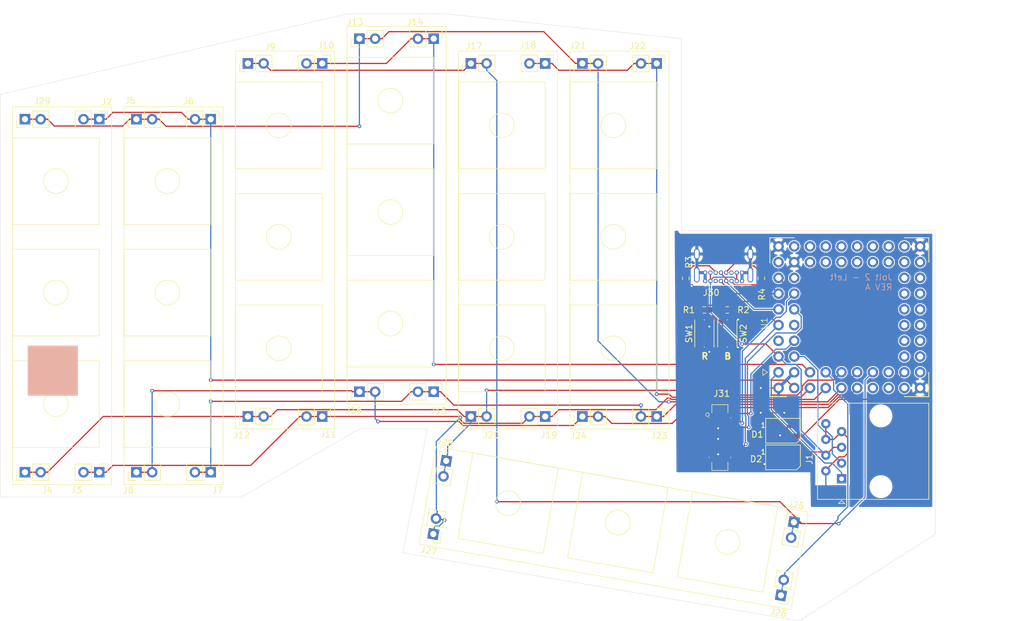
<source format=kicad_pcb>
(kicad_pcb (version 20240108) (generator "pcbnew") (generator_version "8.0")
  (layers (0 "F.Cu" signal) (31 "B.Cu" signal) (34 "B.Paste" user) (35 "F.Paste" user) (36 "B.SilkS" user "B.Silkscreen") (37 "F.SilkS" user "F.Silkscreen") (38 "B.Mask" user) (39 "F.Mask" user) (44 "Edge.Cuts" user))
  (net 0 "")
  (net 1 "/COL-A")
  (net 2 "/ROW-A")
  (net 3 "/ROW-B")
  (net 4 "/ROW-C")
  (net 5 "/ROW-D")
  (net 6 "/ROW-E")
  (net 7 "/ROW-F")
  (net 8 "/COL-B")
  (net 9 "/COL-C")
  (net 10 "/COL-D")
  (net 11 "SERRX")
  (net 12 "SERTX")
  (net 13 "RUN")
  (net 14 "VBUS")
  (net 15 "GND")
  (net 16 "+3.3V")
  (net 17 "/USB_D+")
  (net 18 "/USB_D-")
  (net 19 "Net-(SW1-B)")
  (net 20 "Net-(D1-DOUT)")
  (net 21 "RGB")
  (net 23 "SWDIO")
  (net 24 "SWCLK")
  (net 25 "/BOOTSEL")
  (net 29 "Net-(SW2-B)")
  (net 64 "Net-(J30-CC2)")
  (net 65 "Net-(J30-CC1)")
  (footprint "davidb-keyboard-foot:PIMORONI-PGA2035-PM722" (layer "F.Cu") (at 174.1 116.9705 90)
    (property "Reference" "U1")
    (property "Value" "~")
  )
  (footprint "Button_Switch_SMD:SW_Push_1P1T_NO_CK_KMR2" (layer "F.Cu") (at 154.4 119.6 -90)
    (property "Reference" "SW2")
    (property "Value" "SW_SPST")
  )
  (footprint "davidb-keyboard-foot:USB_C_Receptacle_GCT_USB4085" (layer "F.Cu") (at 156.775 111.125 180)
    (property "Reference" "J30")
    (property "Value" "USB_C_Receptacle_USB2.0_14P")
  )
  (footprint "Connector_PinHeader_2.54mm:PinHeader_1x02_P2.54mm_Vertical" (layer "F.Cu") (at 95 72 90)
    (property "Reference" "J13")
    (property "Value" "Conn_01x02_Pin")
  )
  (footprint "Connector_PinHeader_2.54mm:PinHeader_1x02_P2.54mm_Vertical" (layer "F.Cu") (at 113 133 90)
    (property "Reference" "J20")
    (property "Value" "Conn_01x02_Pin")
  )
  (footprint "Connector_PinHeader_2.54mm:PinHeader_1x02_P2.54mm_Vertical" (layer "F.Cu") (at 89 76 -90)
    (property "Reference" "J10")
    (property "Value" "Conn_01x02_Pin")
  )
  (footprint "Connector_PinHeader_2.54mm:PinHeader_1x02_P2.54mm_Vertical" (layer "F.Cu") (at 165.1509 150.0605 -10)
    (property "Reference" "J25")
    (property "Value" "Conn_01x02_Pin")
  )
  (footprint "Connector_PinHeader_2.54mm:PinHeader_1x02_P2.54mm_Vertical" (layer "F.Cu") (at 59 85 90)
    (property "Reference" "J5")
    (property "Value" "Conn_01x02_Pin")
  )
  (footprint "Connector_RJ:RJ45_Amphenol_54602-x08_Horizontal" (layer "F.Cu") (at 172.85 143.06 90)
    (property "Reference" "J1")
    (property "Value" "RJ45")
  )
  (footprint "Connector_PinHeader_2.54mm:PinHeader_1x02_P2.54mm_Vertical" (layer "F.Cu") (at 77 133 90)
    (property "Reference" "J12")
    (property "Value" "Conn_01x02_Pin")
  )
  (footprint "LED_SMD:LED_SK6812MINI_PLCC4_3.5x3.5mm_P1.75mm" (layer "F.Cu") (at 163.4 139.6)
    (property "Reference" "D2")
    (property "Value" "SK6812MINI")
  )
  (footprint "LED_SMD:LED_SK6812MINI_PLCC4_3.5x3.5mm_P1.75mm" (layer "F.Cu") (at 163.4 135.3)
    (property "Reference" "D1")
    (property "Value" "SK6812MINI")
  )
  (footprint "Connector_PinHeader_2.54mm:PinHeader_1x02_P2.54mm_Vertical" (layer "F.Cu") (at 53 85 -90)
    (property "Reference" "J2")
    (property "Value" "Conn_01x02_Pin")
  )
  (footprint "Connector_PinHeader_2.54mm:PinHeader_1x02_P2.54mm_Vertical" (layer "F.Cu") (at 77 76 90)
    (property "Reference" "J9")
    (property "Value" "Conn_01x02_Pin")
  )
  (footprint "Connector_PinHeader_2.54mm:PinHeader_1x02_P2.54mm_Vertical" (layer "F.Cu") (at 131 76 90)
    (property "Reference" "J21")
    (property "Value" "Conn_01x02_Pin")
  )
  (footprint "Resistor_SMD:R_0603_1608Metric" (layer "F.Cu") (at 154.4 115.8)
    (property "Reference" "R2")
    (property "Value" "1k")
  )
  (footprint "Connector_PinHeader_2.54mm:PinHeader_1x02_P2.54mm_Vertical" (layer "F.Cu") (at 125 76 -90)
    (property "Reference" "J18")
    (property "Value" "Conn_01x02_Pin")
  )
  (footprint "Resistor_SMD:R_0603_1608Metric" (layer "F.Cu") (at 147.7 110.7 -90)
    (property "Reference" "R3")
    (property "Value" "5.1k")
  )
  (footprint "Resistor_SMD:R_0603_1608Metric" (layer "F.Cu") (at 150.7 115.8 180)
    (property "Reference" "R1")
    (property "Value" "1k")
  )
  (footprint "davidb-keyboard-foot:Cortex-M-Debug10" (layer "F.Cu") (at 153.2 136.4)
    (property "Reference" "J31")
    (property "Value" "Conn_ARM_JTAG_SWD_10")
  )
  (footprint "Connector_PinHeader_2.54mm:PinHeader_1x02_P2.54mm_Vertical" (layer "F.Cu") (at 107 129 -90)
    (property "Reference" "J15")
    (property "Value" "Conn_01x02_Pin")
  )
  (footprint "Button_Switch_SMD:SW_Push_1P1T_NO_CK_KMR2" (layer "F.Cu") (at 150.7 119.6 -90)
    (property "Reference" "SW1")
    (property "Value" "SW_SPST")
  )
  (footprint "Connector_PinHeader_2.54mm:PinHeader_1x02_P2.54mm_Vertical" (layer "F.Cu") (at 106.9331 151.9803 170)
    (property "Reference" "J27")
    (property "Value" "Conn_01x02_Pin")
  )
  (footprint "Connector_PinHeader_2.54mm:PinHeader_1x02_P2.54mm_Vertical" (layer "F.Cu") (at 163.0671 161.8782 170)
    (property "Reference" "J26")
    (property "Value" "Conn_01x02_Pin")
  )
  (footprint "Connector_PinHeader_2.54mm:PinHeader_1x02_P2.54mm_Vertical" (layer "F.Cu") (at 113 76 90)
    (property "Reference" "J17")
    (property "Value" "Conn_01x02_Pin")
  )
  (footprint "Connector_PinHeader_2.54mm:PinHeader_1x02_P2.54mm_Vertical" (layer "F.Cu") (at 71 142 -90)
    (property "Reference" "J7")
    (property "Value" "Conn_01x02_Pin")
  )
  (footprint "Connector_PinHeader_2.54mm:PinHeader_1x02_P2.54mm_Vertical" (layer "F.Cu") (at 143 76 -90)
    (property "Reference" "J22")
    (property "Value" "Conn_01x02_Pin")
  )
  (footprint "Connector_PinHeader_2.54mm:PinHeader_1x02_P2.54mm_Vertical" (layer "F.Cu") (at 89 133 -90)
    (property "Reference" "J11")
    (property "Value" "Conn_01x02_Pin")
  )
  (footprint "Connector_PinHeader_2.54mm:PinHeader_1x02_P2.54mm_Vertical" (layer "F.Cu") (at 71 85 -90)
    (property "Reference" "J6")
    (property "Value" "Conn_01x02_Pin")
  )
  (footprint "Connector_PinHeader_2.54mm:PinHeader_1x02_P2.54mm_Vertical" (layer "F.Cu") (at 131 133 90)
    (property "Reference" "J24")
    (property "Value" "Conn_01x02_Pin")
  )
  (footprint "Connector_PinHeader_2.54mm:PinHeader_1x02_P2.54mm_Vertical" (layer "F.Cu") (at 53 142 -90)
    (property "Reference" "J3")
    (property "Value" "Conn_01x02_Pin")
  )
  (footprint "Connector_PinHeader_2.54mm:PinHeader_1x02_P2.54mm_Vertical" (layer "F.Cu") (at 41 85 90)
    (property "Reference" "J29")
    (property "Value" "Conn_01x02_Pin")
  )
  (footprint "Connector_PinHeader_2.54mm:PinHeader_1x02_P2.54mm_Vertical" (layer "F.Cu") (at 125 133 -90)
    (property "Reference" "J19")
    (property "Value" "Conn_01x02_Pin")
  )
  (footprint "Resistor_SMD:R_0603_1608Metric" (layer "F.Cu") (at 159.9 110.7 90)
    (property "Reference" "R4")
    (property "Value" "5.1k")
  )
  (footprint "Connector_PinHeader_2.54mm:PinHeader_1x02_P2.54mm_Vertical" (layer "F.Cu") (at 95 129 90)
    (property "Reference" "J16")
    (property "Value" "Conn_01x02_Pin")
  )
  (footprint "Connector_PinHeader_2.54mm:PinHeader_1x02_P2.54mm_Vertical" (layer "F.Cu") (at 41 142 90)
    (property "Reference" "J4")
    (property "Value" "Conn_01x02_Pin")
  )
  (footprint "Connector_PinHeader_2.54mm:PinHeader_1x02_P2.54mm_Vertical" (layer "F.Cu") (at 143 133 -90)
    (property "Reference" "J23")
    (property "Value" "Conn_01x02_Pin")
  )
  (footprint "Connector_PinHeader_2.54mm:PinHeader_1x02_P2.54mm_Vertical" (layer "F.Cu") (at 59 142 90)
    (property "Reference" "J8")
    (property "Value" "Conn_01x02_Pin")
  )
  (footprint "Connector_PinHeader_2.54mm:PinHeader_1x02_P2.54mm_Vertical" (layer "F.Cu") (at 109.0169 140.1626 -10)
    (property "Reference" "J28")
    (property "Value" "Conn_01x02_Pin")
  )
  (footprint "Connector_PinHeader_2.54mm:PinHeader_1x02_P2.54mm_Vertical" (layer "F.Cu") (at 107 72 -90)
    (property "Reference" "J14")
    (property "Value" "Conn_01x02_Pin")
  )
  (gr_rect (start 41.5 121.6) (end 49.5 129.6) (stroke (width 0.1)) (fill solid) (layer "B.SilkS"))
  (gr_circle (center 136 86) (end 138 86) (stroke (width 0.1)) (fill none) (layer "F.SilkS"))
  (gr_rect (start 93 111) (end 107 125) (stroke (width 0.1)) (fill none) (layer "F.SilkS"))
  (gr_rect (start 111 115) (end 125 129) (stroke (width 0.1)) (fill none) (layer "F.SilkS"))
  (gr_circle (center 100 82) (end 102 82) (stroke (width 0.1)) (fill none) (layer "F.SilkS"))
  (gr_rect (start 39 88) (end 53 102) (stroke (width 0.1)) (fill none) (layer "F.SilkS"))
  (gr_rect (start 57 106) (end 71 120) (stroke (width 0.1)) (fill none) (layer "F.SilkS"))
  (gr_rect (start 129 97) (end 143 111) (stroke (width 0.1)) (fill none) (layer "F.SilkS"))
  (gr_rect (start 75 115) (end 89 129) (stroke (width 0.1)) (fill none) (layer "F.SilkS"))
  (gr_circle (center 46 95) (end 48 95) (stroke (width 0.1)) (fill none) (layer "F.SilkS"))
  (gr_poly (pts (xy 107.394534 137.845657) (xy 167.467807 148.438195) (xy 164.689436 164.195119) (xy 104.616163 153.602581)) (stroke (width 0.1)) (fill none) (layer "F.SilkS"))
  (gr_circle (center 82 122) (end 84 122) (stroke (width 0.1)) (fill none) (layer "F.SilkS"))
  (gr_rect (start 129 74) (end 145 135) (stroke (width 0.1)) (fill none) (layer "F.SilkS"))
  (gr_rect (start 111 74) (end 127 135) (stroke (width 0.1)) (fill none) (layer "F.SilkS"))
  (gr_rect (start 75 97) (end 89 111) (stroke (width 0.1)) (fill none) (layer "F.SilkS"))
  (gr_rect (start 93 93) (end 107 107) (stroke (width 0.1)) (fill none) (layer "F.SilkS"))
  (gr_circle (center 136 104) (end 138 104) (stroke (width 0.1)) (fill none) (layer "F.SilkS"))
  (gr_rect (start 111 97) (end 125 111) (stroke (width 0.1)) (fill none) (layer "F.SilkS"))
  (gr_rect (start 57 124) (end 71 138) (stroke (width 0.1)) (fill none) (layer "F.SilkS"))
  (gr_circle (center 100 118) (end 102 118) (stroke (width 0.1)) (fill none) (layer "F.SilkS"))
  (gr_rect (start 75 79) (end 89 93) (stroke (width 0.1)) (fill none) (layer "F.SilkS"))
  (gr_circle (center 64 131) (end 66 131) (stroke (width 0.1)) (fill none) (layer "F.SilkS"))
  (gr_poly (pts (xy 144.835731 144.44755) (xy 131.048423 142.016475) (xy 128.617348 155.803784) (xy 142.404657 158.234858)) (stroke (width 0.1)) (fill none) (layer "F.SilkS"))
  (gr_circle (center 118 122) (end 120 122) (stroke (width 0.1)) (fill none) (layer "F.SilkS"))
  (gr_circle (center 119 147) (end 118.652704 148.969615) (stroke (width 0.1)) (fill none) (layer "F.SilkS"))
  (gr_circle (center 136 122) (end 138 122) (stroke (width 0.1)) (fill none) (layer "F.SilkS"))
  (gr_circle (center 154.453079 153.251334) (end 154.105783 155.22095) (stroke (width 0.1)) (fill none) (layer "F.SilkS"))
  (gr_poly (pts (xy 162.562271 147.573217) (xy 148.774962 145.142143) (xy 146.343888 158.929451) (xy 160.131196 161.360526)) (stroke (width 0.1)) (fill none) (layer "F.SilkS"))
  (gr_circle (center 82 86) (end 84 86) (stroke (width 0.1)) (fill none) (layer "F.SilkS"))
  (gr_circle (center 118 86) (end 120 86) (stroke (width 0.1)) (fill none) (layer "F.SilkS"))
  (gr_rect (start 39 83) (end 55 144) (stroke (width 0.1)) (fill none) (layer "F.SilkS"))
  (gr_rect (start 93 75) (end 107 89) (stroke (width 0.1)) (fill none) (layer "F.SilkS"))
  (gr_circle (center 64 95) (end 66 95) (stroke (width 0.1)) (fill none) (layer "F.SilkS"))
  (gr_circle (center 100 100) (end 102 100) (stroke (width 0.1)) (fill none) (layer "F.SilkS"))
  (gr_rect (start 39 124) (end 53 138) (stroke (width 0.1)) (fill none) (layer "F.SilkS"))
  (gr_circle (center 118 104) (end 120 104) (stroke (width 0.1)) (fill none) (layer "F.SilkS"))
  (gr_rect (start 93 70) (end 109 131) (stroke (width 0.1)) (fill none) (layer "F.SilkS"))
  (gr_rect (start 57 83) (end 73 144) (stroke (width 0.1)) (fill none) (layer "F.SilkS"))
  (gr_circle (center 46 131) (end 48 131) (stroke (width 0.1)) (fill none) (layer "F.SilkS"))
  (gr_rect (start 39 106) (end 53 120) (stroke (width 0.1)) (fill none) (layer "F.SilkS"))
  (gr_circle (center 136.72654 150.125667) (end 136.379243 152.095282) (stroke (width 0.1)) (fill none) (layer "F.SilkS"))
  (gr_rect (start 75 74) (end 91 135) (stroke (width 0.1)) (fill none) (layer "F.SilkS"))
  (gr_rect (start 57 88) (end 71 102) (stroke (width 0.1)) (fill none) (layer "F.SilkS"))
  (gr_circle (center 46 113) (end 48 113) (stroke (width 0.1)) (fill none) (layer "F.SilkS"))
  (gr_rect (start 129 115) (end 143 129) (stroke (width 0.1)) (fill none) (layer "F.SilkS"))
  (gr_poly (pts (xy 127.109192 141.321883) (xy 113.321883 138.890808) (xy 110.890809 152.678117) (xy 124.678117 155.109191)) (stroke (width 0.1)) (fill none) (layer "F.SilkS"))
  (gr_rect (start 111 79) (end 125 93) (stroke (width 0.1)) (fill none) (layer "F.SilkS"))
  (gr_rect (start 129 79) (end 143 93) (stroke (width 0.1)) (fill none) (layer "F.SilkS"))
  (gr_circle (center 82 104) (end 84 104) (stroke (width 0.1)) (fill none) (layer "F.SilkS"))
  (gr_circle (center 64 113) (end 66 113) (stroke (width 0.1)) (fill none) (layer "F.SilkS"))
  (gr_poly (pts (xy 188 103) (xy 147 103) (xy 147 72) (xy 109 68) (xy 93 68) (xy 37 81) (xy 37 146) (xy 76 146) (xy 95 135) (xy 106 135) (xy 102 155) (xy 166 166) (xy 188 152)) (stroke (width 0.05)) (fill none) (layer "Edge.Cuts"))
  (gr_text "Jolt 2 - Left\nREV A" (at 181.1 112.7 0) (layer "B.SilkS") (effects (font (size 1 1) (thickness 0.1)) (justify left bottom mirror)))
  (gr_text "B" (at 153.8 123.85 0) (layer "F.SilkS") (effects (font (size 1 1) (thickness 0.25) (bold yes)) (justify left bottom)))
  (gr_text "R" (at 150.1 123.85 0) (layer "F.SilkS") (effects (font (size 1 1) (thickness 0.25) (bold yes)) (justify left bottom)))
  (segment (start 53 85) (end 54.1017 85) (width 0.2) (layer "F.Cu") (net 1))
  (segment (start 55.2034 83.8983) (end 54.1017 85) (width 0.2) (layer "F.Cu") (net 1))
  (segment (start 163.94 127.1305) (end 71 127.1305) (width 0.2) (layer "F.Cu") (net 1))
  (segment (start 50.46 85) (end 53 85) (width 0.2) (layer "F.Cu") (net 1))
  (segment (start 165.21 128.4005) (end 163.94 127.1305) (width 0.2) (layer "F.Cu") (net 1))
  (segment (start 71 85) (end 68.46 85) (width 0.2) (layer "F.Cu") (net 1))
  (segment (start 67.3583 85) (end 66.2566 83.8983) (width 0.2) (layer "F.Cu") (net 1))
  (segment (start 68.46 85) (end 67.3583 85) (width 0.2) (layer "F.Cu") (net 1))
  (segment (start 66.2566 83.8983) (end 55.2034 83.8983) (width 0.2) (layer "F.Cu") (net 1))
  (via (at 71 127.1305) (size 0.6) (drill 0.3) (layers "F.Cu" "B.Cu") (net 1))
  (segment (start 71 85) (end 71 127.1305) (width 0.2) (layer "B.Cu") (net 1))
  (segment (start 111.109484 133) (end 111.284854 133.17537) (width 0.2) (layer "F.Cu") (net 2))
  (segment (start 55.2034 140.8983) (end 54.1017 142) (width 0.2) (layer "F.Cu") (net 2))
  (segment (start 108.5385 149.6841) (end 108.5385 149.6842) (width 0.2) (layer "F.Cu") (net 2))
  (segment (start 121.36 134.1) (end 111.9 134.1) (width 0.2) (layer "F.Cu") (net 2))
  (segment (start 145.1398 130.0331) (end 145.3523 130.2456) (width 0.2) (layer "F.Cu") (net 2))
  (segment (start 50.46 142) (end 53 142) (width 0.2) (layer "F.Cu") (net 2))
  (segment (start 168.4449 130.2456) (end 170.29 128.4005) (width 0.2) (layer "F.Cu") (net 2))
  (segment (start 89 133) (end 111.109484 133) (width 0.2) (layer "F.Cu") (net 2))
  (segment (start 145.3523 130.2456) (end 168.4449 130.2456) (width 0.2) (layer "F.Cu") (net 2))
  (segment (start 111.284854 133.484854) (end 111.284854 133.17537) (width 0.2) (layer "F.Cu") (net 2))
  (segment (start 107.3742 149.4789) (end 108.5385 149.6841) (width 0.2) (layer "F.Cu") (net 2))
  (segment (start 89 133) (end 86.46 133) (width 0.2) (layer "F.Cu") (net 2))
  (segment (start 142.85 131.8983) (end 144.7152 130.0331) (width 0.2) (layer "F.Cu") (net 2))
  (segment (start 108.5874 149.7331) (end 108.7356 149.7331) (width 0.2) (layer "F.Cu") (net 2))
  (segment (start 108.5385 149.6842) (end 108.5874 149.7331) (width 0.2) (layer "F.Cu") (net 2))
  (segment (start 125 133) (end 126.1017 133) (width 0.2) (layer "F.Cu") (net 2))
  (segment (start 86.46 133) (end 85.3583 133) (width 0.2) (layer "F.Cu") (net 2))
  (segment (start 122.46 133) (end 121.36 134.1) (width 0.2) (layer "F.Cu") (net 2))
  (segment (start 144.7152 130.0331) (end 145.1398 130.0331) (width 0.2) (layer "F.Cu") (net 2))
  (segment (start 53 142) (end 54.1017 142) (width 0.2) (layer "F.Cu") (net 2))
  (segment (start 85.3583 133) (end 77.46 140.8983) (width 0.2) (layer "F.Cu") (net 2))
  (segment (start 126.1017 133) (end 127.2034 131.8983) (width 0.2) (layer "F.Cu") (net 2))
  (segment (start 111.9 134.1) (end 111.284854 133.484854) (width 0.2) (layer "F.Cu") (net 2))
  (segment (start 122.46 133) (end 125 133) (width 0.2) (layer "F.Cu") (net 2))
  (segment (start 77.46 140.8983) (end 55.2034 140.8983) (width 0.2) (layer "F.Cu") (net 2))
  (segment (start 127.2034 131.8983) (end 142.85 131.8983) (width 0.2) (layer "F.Cu") (net 2))
  (via (at 108.7356 149.7331) (size 0.6) (drill 0.3) (layers "F.Cu" "B.Cu") (net 2))
  (via (at 111.284854 133.17537) (size 0.6) (drill 0.3) (layers "F.Cu" "B.Cu") (net 2))
  (segment (start 107.3742 149.4789) (end 107.5794 148.3147) (width 0.2) (layer "B.Cu") (net 2))
  (segment (start 107.1581 150.7039) (end 107.876 150.7039) (width 0.2) (layer "B.Cu") (net 2))
  (segment (start 107.4255 137.034724) (end 111.284854 133.17537) (width 0.2) (layer "B.Cu") (net 2))
  (segment (start 107.5794 148.3147) (end 107.4255 148.1608) (width 0.2) (layer "B.Cu") (net 2))
  (segment (start 108.7356 149.8443) (end 108.7356 149.7331) (width 0.2) (layer "B.Cu") (net 2))
  (segment (start 107.4255 148.1608) (end 107.4255 137.034724) (width 0.2) (layer "B.Cu") (net 2))
  (segment (start 106.9331 151.9803) (end 107.1581 150.7039) (width 0.2) (layer "B.Cu") (net 2))
  (segment (start 107.876 150.7039) (end 108.7356 149.8443) (width 0.2) (layer "B.Cu") (net 2))
  (segment (start 172.83 125.8605) (end 171.56 127.1305) (width 0.2) (layer "F.Cu") (net 3))
  (segment (start 43.54 142) (end 44.6417 142) (width 0.2) (layer "F.Cu") (net 3))
  (segment (start 166.48 128.0862) (end 166.48 128.751) (width 0.2) (layer "F.Cu") (net 3))
  (segment (start 41 142) (end 43.54 142) (width 0.2) (layer "F.Cu") (net 3))
  (segment (start 77 133) (end 79.54 133) (width 0.2) (layer "F.Cu") (net 3))
  (segment (start 152.4186 128.7776) (end 115.54 128.7776) (width 0.2) (layer "F.Cu") (net 3))
  (segment (start 113 133) (end 111.8983 133) (width 0.2) (layer "F.Cu") (net 3))
  (segment (start 81.7434 131.8983) (end 110.7966 131.8983) (width 0.2) (layer "F.Cu") (net 3))
  (segment (start 167.4357 127.1305) (end 166.48 128.0862) (width 0.2) (layer "F.Cu") (net 3))
  (segment (start 80.6417 133) (end 81.7434 131.8983) (width 0.2) (layer "F.Cu") (net 3))
  (segment (start 166.48 128.751) (end 165.6888 129.5422) (width 0.2) (layer "F.Cu") (net 3))
  (segment (start 110.7966 131.8983) (end 111.8983 133) (width 0.2) (layer "F.Cu") (net 3))
  (segment (start 153.1832 129.5422) (end 152.4186 128.7776) (width 0.2) (layer "F.Cu") (net 3))
  (segment (start 44.6417 142) (end 53.6417 133) (width 0.2) (layer "F.Cu") (net 3))
  (segment (start 53.6417 133) (end 77 133) (width 0.2) (layer "F.Cu") (net 3))
  (segment (start 171.56 127.1305) (end 167.4357 127.1305) (width 0.2) (layer "F.Cu") (net 3))
  (segment (start 165.6888 129.5422) (end 153.1832 129.5422) (width 0.2) (layer "F.Cu") (net 3))
  (segment (start 79.54 133) (end 80.6417 133) (width 0.2) (layer "F.Cu") (net 3))
  (segment (start 113 133) (end 115.54 133) (width 0.2) (layer "F.Cu") (net 3))
  (via (at 115.54 128.7776) (size 0.6) (drill 0.3) (layers "F.Cu" "B.Cu") (net 3))
  (segment (start 109.8391 137.2626) (end 113 134.1017) (width 0.2) (layer "B.Cu") (net 3))
  (segment (start 108.7811 141.4997) (end 108.7919 141.4889) (width 0.2) (layer "B.Cu") (net 3))
  (segment (start 113 133) (end 113 134.1017) (width 0.2) (layer "B.Cu") (net 3))
  (segment (start 108.5758 142.664) (end 108.781 141.4997) (width 0.2) (layer "B.Cu") (net 3))
  (segment (start 108.781 141.4997) (end 108.7811 141.4997) (width 0.2) (layer "B.Cu") (net 3))
  (segment (start 109.8391 137.2646) (end 109.8391 137.2626) (width 0.2) (layer "B.Cu") (net 3))
  (segment (start 108.7919 141.4889) (end 108.7919 141.439) (width 0.2) (layer "B.Cu") (net 3))
  (segment (start 115.54 133) (end 115.54 128.7776) (width 0.2) (layer "B.Cu") (net 3))
  (segment (start 109.0169 140.1626) (end 108.7919 141.439) (width 0.2) (layer "B.Cu") (net 3))
  (segment (start 109.0169 140.1626) (end 109.2419 138.8862) (width 0.2) (layer "B.Cu") (net 3))
  (segment (start 109.2419 137.8618) (end 109.8391 137.2646) (width 0.2) (layer "B.Cu") (net 3))
  (segment (start 109.2419 138.8862) (end 109.2419 137.8618) (width 0.2) (layer "B.Cu") (net 3))
  (segment (start 131 76) (end 129.8983 76) (width 0.2) (layer "F.Cu") (net 4))
  (segment (start 129.8983 76) (end 124.7645 70.8662) (width 0.2) (layer "F.Cu") (net 4))
  (segment (start 63.7887 86.147) (end 95 86.147) (width 0.2) (layer "F.Cu") (net 4))
  (segment (start 170.6022 130.6283) (end 172.83 128.4005) (width 0.2) (layer "F.Cu") (net 4))
  (segment (start 98.0909 72) (end 98.6417 72) (width 0.2) (layer "F.Cu") (net 4))
  (segment (start 99.7755 70.8662) (end 98.6417 72) (width 0.2) (layer "F.Cu") (net 4))
  (segment (start 61.54 85) (end 62.6417 85) (width 0.2) (layer "F.Cu") (net 4))
  (segment (start 133.54 76) (end 131 76) (width 0.2) (layer "F.Cu") (net 4))
  (segment (start 59 85) (end 57.8983 85) (width 0.2) (layer "F.Cu") (net 4))
  (segment (start 98.0909 72) (end 97.54 72) (width 0.2) (layer "F.Cu") (net 4))
  (segment (start 62.6417 85) (end 63.7887 86.147) (width 0.2) (layer "F.Cu") (net 4))
  (segment (start 61.54 85) (end 59 85) (width 0.2) (layer "F.Cu") (net 4))
  (segment (start 41 85) (end 43.54 85) (width 0.2) (layer "F.Cu") (net 4))
  (segment (start 124.7645 70.8662) (end 99.7755 70.8662) (width 0.2) (layer "F.Cu") (net 4))
  (segment (start 44.6417 85) (end 45.7434 86.1017) (width 0.2) (layer "F.Cu") (net 4))
  (segment (start 45.7434 86.1017) (end 56.7966 86.1017) (width 0.2) (layer "F.Cu") (net 4))
  (segment (start 144.9547 130.6283) (end 170.6022 130.6283) (width 0.2) (layer "F.Cu") (net 4))
  (segment (start 43.54 85) (end 44.6417 85) (width 0.2) (layer "F.Cu") (net 4))
  (segment (start 56.7966 86.1017) (end 57.8983 85) (width 0.2) (layer "F.Cu") (net 4))
  (segment (start 97.54 72) (end 95 72) (width 0.2) (layer "F.Cu") (net 4))
  (via (at 144.9547 130.6283) (size 0.6) (drill 0.3) (layers "F.Cu" "B.Cu") (net 4))
  (via (at 95 86.147) (size 0.6) (drill 0.3) (layers "F.Cu" "B.Cu") (net 4))
  (segment (start 133.54 76) (end 133.54 120.7995) (width 0.2) (layer "B.Cu") (net 4))
  (segment (start 143.3687 130.6282) (end 144.9547 130.6282) (width 0.2) (layer "B.Cu") (net 4))
  (segment (start 95 72) (end 95 86.147) (width 0.2) (layer "B.Cu") (net 4))
  (segment (start 133.54 120.7995) (end 143.3687 130.6282) (width 0.2) (layer "B.Cu") (net 4))
  (segment (start 144.9547 130.6282) (end 144.9547 130.6283) (width 0.2) (layer "B.Cu") (net 4))
  (segment (start 174.1 127.1305) (end 175.37 125.8605) (width 0.2) (layer "F.Cu") (net 5))
  (segment (start 68.46 142) (end 71 142) (width 0.2) (layer "F.Cu") (net 5))
  (segment (start 104.46 129) (end 103.3583 129) (width 0.2) (layer "F.Cu") (net 5))
  (segment (start 170.6846 131.0432) (end 172.1934 129.5344) (width 0.2) (layer "F.Cu") (net 5))
  (segment (start 107 129) (end 108.1017 129) (width 0.2) (layer "F.Cu") (net 5))
  (segment (start 174.1 128.7356) (end 174.1 127.1305) (width 0.2) (layer "F.Cu") (net 5))
  (segment (start 103.3583 129) (end 101.8051 130.5532) (width 0.2) (layer "F.Cu") (net 5))
  (segment (start 172.1934 129.5344) (end 173.3012 129.5344) (width 0.2) (layer "F.Cu") (net 5))
  (segment (start 173.3012 129.5344) (end 174.1 128.7356) (width 0.2) (layer "F.Cu") (net 5))
  (segment (start 144.1017 133) (end 146.0585 131.0432) (width 0.2) (layer "F.Cu") (net 5))
  (segment (start 146.0585 131.0432) (end 170.6846 131.0432) (width 0.2) (layer "F.Cu") (net 5))
  (segment (start 110.2742 131.1725) (end 140.46 131.1725) (width 0.2) (layer "F.Cu") (net 5))
  (segment (start 143 133) (end 144.1017 133) (width 0.2) (layer "F.Cu") (net 5))
  (segment (start 140.46 133) (end 143 133) (width 0.2) (layer "F.Cu") (net 5))
  (segment (start 104.46 129) (end 107 129) (width 0.2) (layer "F.Cu") (net 5))
  (segment (start 108.1017 129) (end 110.2742 131.1725) (width 0.2) (layer "F.Cu") (net 5))
  (segment (start 101.8051 130.5532) (end 71 130.5532) (width 0.2) (layer "F.Cu") (net 5))
  (via (at 71 130.5532) (size 0.6) (drill 0.3) (layers "F.Cu" "B.Cu") (net 5))
  (via (at 140.46 131.1725) (size 0.6) (drill 0.3) (layers "F.Cu" "B.Cu") (net 5))
  (segment (start 140.46 133) (end 140.46 131.1725) (width 0.2) (layer "B.Cu") (net 5))
  (segment (start 71 142) (end 71 130.5532) (width 0.2) (layer "B.Cu") (net 5))
  (segment (start 97.54 129) (end 95 129) (width 0.2) (layer "F.Cu") (net 6))
  (segment (start 98 133.8) (end 111.105025 133.8) (width 0.2) (layer "F.Cu") (net 6))
  (segment (start 145.5002 134.1251) (end 148.0686 131.5567) (width 0.2) (layer "F.Cu") (net 6))
  (segment (start 129.55 134.45) (end 131 133) (width 0.2) (layer "F.Cu") (net 6))
  (segment (start 134.6417 133) (end 135.7668 134.1251) (width 0.2) (layer "F.Cu") (net 6))
  (segment (start 93.8983 129) (end 93.7401 128.8418) (width 0.2) (layer "F.Cu") (net 6))
  (segment (start 173.8843 129.8862) (end 175.37 128.4005) (width 0.2) (layer "F.Cu") (net 6))
  (segment (start 133.54 133) (end 134.6417 133) (width 0.2) (layer "F.Cu") (net 6))
  (segment (start 131 133) (end 133.54 133) (width 0.2) (layer "F.Cu") (net 6))
  (segment (start 172.3389 129.8862) (end 173.8843 129.8862) (width 0.2) (layer "F.Cu") (net 6))
  (segment (start 93.7401 128.8418) (end 61.54 128.8418) (width 0.2) (layer "F.Cu") (net 6))
  (segment (start 111.755025 134.45) (end 129.55 134.45) (width 0.2) (layer "F.Cu") (net 6))
  (segment (start 148.0686 131.5567) (end 170.6684 131.5567) (width 0.2) (layer "F.Cu") (net 6))
  (segment (start 95 129) (end 93.8983 129) (width 0.2) (layer "F.Cu") (net 6))
  (segment (start 61.54 142) (end 59 142) (width 0.2) (layer "F.Cu") (net 6))
  (segment (start 135.7668 134.1251) (end 145.5002 134.1251) (width 0.2) (layer "F.Cu") (net 6))
  (segment (start 170.6684 131.5567) (end 172.3389 129.8862) (width 0.2) (layer "F.Cu") (net 6))
  (segment (start 111.105025 133.8) (end 111.755025 134.45) (width 0.2) (layer "F.Cu") (net 6))
  (via (at 61.54 128.8418) (size 0.6) (drill 0.3) (layers "F.Cu" "B.Cu") (net 6))
  (via (at 98 133.8) (size 0.6) (drill 0.3) (layers "F.Cu" "B.Cu") (net 6))
  (segment (start 97.54 133.34) (end 98 133.8) (width 0.2) (layer "B.Cu") (net 6))
  (segment (start 61.54 142) (end 61.54 128.8418) (width 0.2) (layer "B.Cu") (net 6))
  (segment (start 97.54 129) (end 97.54 133.34) (width 0.2) (layer "B.Cu") (net 6))
  (segment (start 80.64 77.1) (end 111.9 77.1) (width 0.2) (layer "F.Cu") (net 7))
  (segment (start 162.8991 146.7573) (end 117.1892 146.7573) (width 0.2) (layer "F.Cu") (net 7))
  (segment (start 77 76) (end 79.54 76) (width 0.2) (layer "F.Cu") (net 7))
  (segment (start 166.4273 150.2855) (end 162.8991 146.7573) (width 0.2) (layer "F.Cu") (net 7))
  (segment (start 79.54 76) (end 80.64 77.1) (width 0.2) (layer "F.Cu") (net 7))
  (segment (start 165.1509 150.0605) (end 166.4273 150.2855) (width 0.2) (layer "F.Cu") (net 7))
  (segment (start 166.4273 150.2855) (end 172.3453 150.2855) (width 0.2) (layer "F.Cu") (net 7))
  (segment (start 115.54 76) (end 113 76) (width 0.2) (layer "F.Cu") (net 7))
  (segment (start 172.3453 150.2855) (end 172.3679 150.3081) (width 0.2) (layer "F.Cu") (net 7))
  (segment (start 111.9 77.1) (end 113 76) (width 0.2) (layer "F.Cu") (net 7))
  (via (at 117.1892 146.7573) (size 0.6) (drill 0.3) (layers "F.Cu" "B.Cu") (net 7))
  (via (at 172.3679 150.3081) (size 0.6) (drill 0.3) (layers "F.Cu" "B.Cu") (net 7))
  (segment (start 164.9151 151.3976) (end 164.9259 151.3868) (width 0.2) (layer "B.Cu") (net 7))
  (segment (start 165.1509 150.0605) (end 164.9259 151.3369) (width 0.2) (layer "B.Cu") (net 7))
  (segment (start 176.64 146.036) (end 176.64 127.1305) (width 0.2) (layer "B.Cu") (net 7))
  (segment (start 176.64 127.1305) (end 177.91 125.8605) (width 0.2) (layer "B.Cu") (net 7))
  (segment (start 115.54 76) (end 115.54 77.1017) (width 0.2) (layer "B.Cu") (net 7))
  (segment (start 164.7098 152.5619) (end 164.915 151.3976) (width 0.2) (layer "B.Cu") (net 7))
  (segment (start 172.3679 150.3081) (end 176.64 146.036) (width 0.2) (layer "B.Cu") (net 7))
  (segment (start 164.915 151.3976) (end 164.9151 151.3976) (width 0.2) (layer "B.Cu") (net 7))
  (segment (start 115.54 77.1017) (end 117.1892 78.7509) (width 0.2) (layer "B.Cu") (net 7))
  (segment (start 117.1892 78.7509) (end 117.1892 146.7573) (width 0.2) (layer "B.Cu") (net 7))
  (segment (start 164.9259 151.3868) (end 164.9259 151.3369) (width 0.2) (layer "B.Cu") (net 7))
  (segment (start 104.46 72) (end 107 72) (width 0.2) (layer "F.Cu") (net 8))
  (segment (start 166.48 124.5905) (end 107 124.5905) (width 0.2) (layer "F.Cu") (net 8))
  (segment (start 104.46 72) (end 103.3583 72) (width 0.2) (layer "F.Cu") (net 8))
  (segment (start 99.3583 76) (end 89 76) (width 0.2) (layer "F.Cu") (net 8))
  (segment (start 86.46 76) (end 89 76) (width 0.2) (layer "F.Cu") (net 8))
  (segment (start 103.3583 72) (end 99.3583 76) (width 0.2) (layer "F.Cu") (net 8))
  (segment (start 167.75 125.8605) (end 166.48 124.5905) (width 0.2) (layer "F.Cu") (net 8))
  (via (at 107 124.5905) (size 0.6) (drill 0.3) (layers "F.Cu" "B.Cu") (net 8))
  (segment (start 107 72) (end 107 124.5905) (width 0.2) (layer "B.Cu") (net 8))
  (segment (start 139.3583 76) (end 138.2566 77.1017) (width 0.2) (layer "F.Cu") (net 9))
  (segment (start 138.2566 77.1017) (end 127.2034 77.1017) (width 0.2) (layer "F.Cu") (net 9))
  (segment (start 125 76) (end 126.1017 76) (width 0.2) (layer "F.Cu") (net 9))
  (segment (start 127.2034 77.1017) (end 126.1017 76) (width 0.2) (layer "F.Cu") (net 9))
  (segment (start 122.46 76) (end 125 76) (width 0.2) (layer "F.Cu") (net 9))
  (segment (start 144.992 129.388) (end 145.4979 129.8939) (width 0.2) (layer "F.Cu") (net 9))
  (segment (start 143 76) (end 140.46 76) (width 0.2) (layer "F.Cu") (net 9))
  (segment (start 145.4979 129.8939) (end 166.2566 129.8939) (width 0.2) (layer "F.Cu") (net 9))
  (segment (start 143 129.388) (end 144.992 129.388) (width 0.2) (layer "F.Cu") (net 9))
  (segment (start 166.2566 129.8939) (end 167.75 128.4005) (width 0.2) (layer "F.Cu") (net 9))
  (segment (start 140.46 76) (end 139.3583 76) (width 0.2) (layer "F.Cu") (net 9))
  (via (at 143 129.388) (size 0.6) (drill 0.3) (layers "F.Cu" "B.Cu") (net 9))
  (segment (start 143 76) (end 143 129.388) (width 0.2) (layer "B.Cu") (net 9))
  (segment (start 163.2921 160.5519) (end 163.2921 160.6018) (width 0.2) (layer "B.Cu") (net 10))
  (segment (start 171.8162 150.1099) (end 163.7135 158.2126) (width 0.2) (layer "B.Cu") (net 10))
  (segment (start 163.5082 159.3768) (end 163.303 160.5411) (width 0.2) (layer "B.Cu") (net 10))
  (segment (start 172.2707 149.6252) (end 171.8162 150.0797) (width 0.2) (layer "B.Cu") (net 10))
  (segment (start 173.8564 130.9941) (end 173.8564 147.5724) (width 0.2) (layer "B.Cu") (net 10))
  (segment (start 172.2707 149.1581) (end 172.2707 149.6252) (width 0.2) (layer "B.Cu") (net 10))
  (segment (start 170.29 125.8605) (end 171.5601 127.1306) (width 0.2) (layer "B.Cu") (net 10))
  (segment (start 173.8564 147.5724) (end 172.2707 149.1581) (width 0.2) (layer "B.Cu") (net 10))
  (segment (start 163.7135 158.2126) (end 163.7134 158.2126) (width 0.2) (layer "B.Cu") (net 10))
  (segment (start 163.5082 159.3768) (end 163.7134 158.2126) (width 0.2) (layer "B.Cu") (net 10))
  (segment (start 171.5601 128.6978) (end 173.8564 130.9941) (width 0.2) (layer "B.Cu") (net 10))
  (segment (start 163.3029 160.5411) (end 163.2921 160.5519) (width 0.2) (layer "B.Cu") (net 10))
  (segment (start 163.0671 161.8782) (end 163.2921 160.6018) (width 0.2) (layer "B.Cu") (net 10))
  (segment (start 171.8162 150.0797) (end 171.8162 150.1099) (width 0.2) (layer "B.Cu") (net 10))
  (segment (start 171.5601 127.1306) (end 171.5601 128.6978) (width 0.2) (layer "B.Cu") (net 10))
  (segment (start 163.303 160.5411) (end 163.3029 160.5411) (width 0.2) (layer "B.Cu") (net 10))
  (segment (start 172.85 142.0583) (end 171.3117 140.52) (width 0.2) (layer "B.Cu") (net 11))
  (segment (start 161.5002 131.9002) (end 161.5002 127.0303) (width 0.2) (layer "B.Cu") (net 11))
  (segment (start 170.12 140.52) (end 161.5002 131.9002) (width 0.2) (layer "B.Cu") (net 11))
  (segment (start 161.5002 127.0303) (end 162.67 125.8605) (width 0.2) (layer "B.Cu") (net 11))
  (segment (start 171.3117 140.52) (end 170.12 140.52) (width 0.2) (layer "B.Cu") (net 11))
  (segment (start 172.85 143.06) (end 172.85 142.0583) (width 0.2) (layer "B.Cu") (net 11))
  (segment (start 166.8358 123.3205) (end 165.21 123.3205) (width 0.2) (layer "B.Cu") (net 12))
  (segment (start 172.85 140.52) (end 171.3514 139.0214) (width 0.2) (layer "B.Cu") (net 12))
  (segment (start 171.3514 136.2824) (end 170.509 135.44) (width 0.2) (layer "B.Cu") (net 12))
  (segment (start 169.02 125.5047) (end 166.8358 123.3205) (width 0.2) (layer "B.Cu") (net 12))
  (segment (start 170.1155 135.44) (end 169.02 134.3445) (width 0.2) (layer "B.Cu") (net 12))
  (segment (start 169.02 134.3445) (end 169.02 125.5047) (width 0.2) (layer "B.Cu") (net 12))
  (segment (start 171.3514 139.0214) (end 171.3514 136.2824) (width 0.2) (layer "B.Cu") (net 12))
  (segment (start 170.509 135.44) (end 170.1155 135.44) (width 0.2) (layer "B.Cu") (net 12))
  (segment (start 162.67 118.2405) (end 161.0236 116.5941) (width 0.2) (layer "F.Cu") (net 13))
  (segment (start 155.15 138.94) (end 156.6017 138.94) (width 0.2) (layer "F.Cu") (net 13))
  (segment (start 152.8165 116.5941) (end 152.0224 115.8) (width 0.2) (layer "F.Cu") (net 13))
  (segment (start 152.0224 115.8) (end 151.525 115.8) (width 0.2) (layer "F.Cu") (net 13))
  (segment (start 161.0236 116.5941) (end 152.8165 116.5941) (width 0.2) (layer "F.Cu") (net 13))
  (segment (start 156.6017 138.94) (end 156.6017 138.2577) (width 0.2) (layer "F.Cu") (net 13))
  (segment (start 156.6017 138.2577) (end 157.4034 137.456) (width 0.2) (layer "F.Cu") (net 13))
  (via (at 157.4034 137.456) (size 0.6) (drill 0.3) (layers "F.Cu" "B.Cu") (net 13))
  (segment (start 157.3092 137.3618) (end 157.4034 137.456) (width 0.2) (layer "B.Cu") (net 13))
  (segment (start 157.3055 123.605) (end 157.3055 132.8854) (width 0.2) (layer "B.Cu") (net 13))
  (segment (start 157.4034 134.4256) (end 157.3092 134.5198) (width 0.2) (layer "B.Cu") (net 13))
  (segment (start 157.4034 132.9833) (end 157.4034 134.4256) (width 0.2) (layer "B.Cu") (net 13))
  (segment (start 157.3092 134.5198) (end 157.3092 137.3618) (width 0.2) (layer "B.Cu") (net 13))
  (segment (start 157.3055 132.8854) (end 157.4034 132.9833) (width 0.2) (layer "B.Cu") (net 13))
  (segment (start 162.67 118.2405) (end 157.3055 123.605) (width 0.2) (layer "B.Cu") (net 13))
  (segment (start 171.58 137.98) (end 170.31 139.25) (width 0.2) (layer "F.Cu") (net 14))
  (segment (start 164.6242 138.725) (end 165.15 138.725) (width 0.2) (layer "F.Cu") (net 14))
  (segment (start 164.0983 134.425) (end 164.0983 138.725) (width 0.2) (layer "F.Cu") (net 14))
  (segment (start 172.85 137.98) (end 171.58 137.98) (width 0.2) (layer "F.Cu") (net 14))
  (segment (start 169.785 138.725) (end 170.31 139.25) (width 0.2) (layer "F.Cu") (net 14))
  (segment (start 162.67 123.3205) (end 160.6481 121.2986) (width 0.2) (layer "F.Cu") (net 14))
  (segment (start 164.6242 138.725) (end 164.0983 138.725) (width 0.2) (layer "F.Cu") (net 14))
  (segment (start 165.15 138.725) (end 169.785 138.725) (width 0.2) (layer "F.Cu") (net 14))
  (segment (start 155.925 109.775) (end 155.925 111.125) (width 0.2) (layer "F.Cu") (net 14))
  (segment (start 160.6481 121.2986) (end 156.7925 121.2986) (width 0.2) (layer "F.Cu") (net 14))
  (segment (start 151.675 109.775) (end 151.675 111.125) (width 0.2) (layer "F.Cu") (net 14))
  (segment (start 165.15 134.425) (end 164.0983 134.425) (width 0.2) (layer "F.Cu") (net 14))
  (via (at 156.7925 121.2986) (size 0.6) (drill 0.3) (layers "F.Cu" "B.Cu") (net 14))
  (segment (start 170.31 139.25) (end 166.3272 135.2672) (width 0.2) (layer "B.Cu") (net 14))
  (segment (start 166.3272 125.4178) (end 165.4999 124.5905) (width 0.2) (layer "B.Cu") (net 14))
  (segment (start 166.3272 135.2672) (end 166.3272 125.4178) (width 0.2) (layer "B.Cu") (net 14))
  (segment (start 163.94 124.5905) (end 162.67 123.3205) (width 0.2) (layer "B.Cu") (net 14))
  (segment (start 155.4187 110.5124) (end 155.925 111.0187) (width 0.2) (layer "B.Cu") (net 14))
  (segment (start 165.4999 124.5905) (end 163.94 124.5905) (width 0.2) (layer "B.Cu") (net 14))
  (segment (start 151.675 116.1811) (end 151.675 111.125) (width 0.2) (layer "B.Cu") (net 14))
  (segment (start 151.675 111.125) (end 151.675 111.05) (width 0.2) (layer "B.Cu") (net 14))
  (segment (start 155.925 111.0187) (end 155.925 111.125) (width 0.2) (layer "B.Cu") (net 14))
  (segment (start 152.2126 110.5124) (end 155.4187 110.5124) (width 0.2) (layer "B.Cu") (net 14))
  (segment (start 151.675 111.05) (end 152.2126 110.5124) (width 0.2) (layer "B.Cu") (net 14))
  (segment (start 156.7925 121.2986) (end 151.675 116.1811) (width 0.2) (layer "B.Cu") (net 14))
  (segment (start 152.8699 139.1082) (end 152.7017 138.94) (width 0.2) (layer "F.Cu") (net 15))
  (segment (start 160.3916 140.6817) (end 160.5983 140.475) (width 0.2) (layer "F.Cu") (net 15))
  (segment (start 158.125 108.6933) (end 158.7183 108.6933) (width 0.2) (layer "F.Cu") (net 15))
  (segment (start 156.1522 117.3495) (end 155.9517 117.55) (width 0.2) (layer "F.Cu") (net 15))
  (segment (start 152.916 139.1082) (end 152.8699 139.1082) (width 0.2) (layer "F.Cu") (net 15))
  (segment (start 152.9122 136.6105) (end 152.7017 136.4) (width 0.2) (layer "F.Cu") (net 15))
  (segment (start 156.1522 117.3495) (end 156.1522 121.8505) (width 0.2) (layer "F.Cu") (net 15))
  (segment (start 148.1153 111.9403) (end 147.7 111.525) (width 0.2) (layer "F.Cu") (net 15))
  (segment (start 152.9177 134.914) (end 152.7017 135.13) (width 0.2) (layer "F.Cu") (net 15))
  (segment (start 156.1543 121.8526) (end 155.9517 121.65) (width 0.2) (layer "F.Cu") (net 15))
  (segment (start 172.435786 139.52) (end 170.31 141.645786) (width 0.2) (layer "F.Cu") (net 15))
  (segment (start 162.9291 136.046) (end 162.8307 136.046) (width 0.2) (layer "F.Cu") (net 15))
  (segment (start 159.8005 128.4005) (end 159.8 128.4) (width 0.2) (layer "F.Cu") (net 15))
  (segment (start 151.5 118.4822) (end 151.5 117.55) (width 0.2) (layer "F.Cu") (net 15))
  (segment (start 151.5 122.5595) (end 151.5 121.65) (width 0.2) (layer "F.Cu") (net 15))
  (segment (start 158.125 110.145) (end 158.125 108.6933) (width 0.2) (layer "F.Cu") (net 15))
  (segment (start 170.31 134.17) (end 170.31 136.71) (width 0.2) (layer "F.Cu") (net 15))
  (segment (start 155.2 117.55) (end 155.9517 117.55) (width 0.2) (layer "F.Cu") (net 15))
  (segment (start 170.31 141.645786) (end 170.31 141.79) (width 0.2) (layer "F.Cu") (net 15))
  (segment (start 173.264214 139.52) (end 172.435786 139.52) (width 0.2) (layer "F.Cu") (net 15))
  (segment (start 148.6335 111.9403) (end 148.1153 111.9403) (width 0.2) (layer "F.Cu") (net 15))
  (segment (start 155.2 121.65) (end 155.9517 121.65) (width 0.2) (layer "F.Cu") (net 15))
  (segment (start 158.7183 108.6933) (end 159.9 109.875) (width 0.2) (layer "F.Cu") (net 15))
  (segment (start 151.25 138.94) (end 152.7017 138.94) (width 0.2) (layer "F.Cu") (net 15))
  (segment (start 171.58 136.71) (end 172.85 135.44) (width 0.2) (layer "F.Cu") (net 15))
  (segment (start 173.85 136.44) (end 173.85 138.934214) (width 0.2) (layer "F.Cu") (net 15))
  (segment (start 162.8307 136.046) (end 162.7017 136.175) (width 0.2) (layer "F.Cu") (net 15))
  (segment (start 173.85 138.934214) (end 173.264214 139.52) (width 0.2) (layer "F.Cu") (net 15))
  (segment (start 161.65 140.475) (end 160.5983 140.475) (width 0.2) (layer "F.Cu") (net 15))
  (segment (start 162.67 128.4005) (end 159.8005 128.4005) (width 0.2) (layer "F.Cu") (net 15))
  (segment (start 172.85 135.44) (end 173.85 136.44) (width 0.2) (layer "F.Cu") (net 15))
  (segment (start 161.65 136.175) (end 162.7017 136.175) (width 0.2) (layer "F.Cu") (net 15))
  (segment (start 151.25 136.4) (end 152.7017 136.4) (width 0.2) (layer "F.Cu") (net 15))
  (segment (start 159.8 132.4) (end 163.6 132.4) (width 0.2) (layer "F.Cu") (net 15))
  (segment (start 151.25 135.13) (end 152.7017 135.13) (width 0.2) (layer "F.Cu") (net 15))
  (segment (start 156.1522 121.8505) (end 156.1543 121.8526) (width 0.2) (layer "F.Cu") (net 15))
  (segment (start 170.31 136.71) (end 171.58 136.71) (width 0.2) (layer "F.Cu") (net 15))
  (via (at 152.916 139.1082) (size 0.6) (drill 0.3) (layers "F.Cu" "B.Cu") (net 15))
  (via (at 151.5 118.4822) (size 0.6) (drill 0.3) (layers "F.Cu" "B.Cu") (net 15))
  (via (at 159.8 128.4) (size 0.6) (drill 0.3) (layers "F.Cu" "B.Cu") (net 15))
  (via (at 162.9291 136.046) (size 0.6) (drill 0.3) (layers "F.Cu" "B.Cu") (net 15))
  (via (at 152.9122 136.6105) (size 0.6) (drill 0.3) (layers "F.Cu" "B.Cu") (net 15))
  (via (at 156.1543 121.8526) (size 0.6) (drill 0.3) (layers "F.Cu" "B.Cu") (net 15))
  (via (at 159.8 132.4) (size 0.6) (drill 0.3) (layers "F.Cu" "B.Cu") (net 15))
  (via (at 148.6335 111.9403) (size 0.6) (drill 0.3) (layers "F.Cu" "B.Cu") (net 15))
  (via (at 152.9177 134.914) (size 0.6) (drill 0.3) (layers "F.Cu" "B.Cu") (net 15))
  (via (at 156.1522 117.3495) (size 0.6) (drill 0.3) (layers "F.Cu" "B.Cu") (net 15))
  (via (at 151.5 122.5595) (size 0.6) (drill 0.3) (layers "F.Cu" "B.Cu") (net 15))
  (via (at 160.3916 140.6817) (size 0.6) (drill 0.3) (layers "F.Cu" "B.Cu") (net 15))
  (via (at 163.6 132.4) (size 0.6) (drill 0.3) (layers "F.Cu" "B.Cu") (net 15))
  (segment (start 156.775 109.775) (end 157.755 109.775) (width 0.5) (layer "B.Cu") (net 15))
  (segment (start 162.67 131.47) (end 163.6 132.4) (width 0.2) (layer "B.Cu") (net 15))
  (segment (start 156.775 111.125) (end 156.775 109.775) (width 0.5) (layer "B.Cu") (net 15))
  (segment (start 149.845 109.775) (end 149.475 110.145) (width 0.5) (layer "B.Cu") (net 15))
  (segment (start 149.475 106.765) (end 149.475 110.145) (width 0.5) (layer "B.Cu") (net 15))
  (segment (start 170.31 145.39) (end 170.3 145.4) (width 0.2) (layer "B.Cu") (net 15))
  (segment (start 150.825 111.125) (end 150.825 109.775) (width 0.5) (layer "B.Cu") (net 15))
  (segment (start 158.125 106.765) (end 158.125 110.145) (width 0.5) (layer "B.Cu") (net 15))
  (segment (start 165.21 125.86) (end 162.67 128.4) (width 0.5) (layer "B.Cu") (net 15))
  (segment (start 170.31 141.79) (end 170.31 145.39) (width 0.2) (layer "B.Cu") (net 15))
  (segment (start 150.825 109.775) (end 149.845 109.775) (width 0.5) (layer "B.Cu") (net 15))
  (segment (start 162.67 128.4005) (end 162.67 131.47) (width 0.5) (layer "B.Cu") (net 15))
  (segment (start 157.755 109.775) (end 158.125 110.145) (width 0.5) (layer "B.Cu") (net 15))
  (segment (start 158.2089 132.5114) (end 154.0503 132.5114) (width 0.2) (layer "F.Cu") (net 16))
  (segment (start 151.25 133.86) (end 152.7017 133.86) (width 0.2) (layer "F.Cu") (net 16))
  (segment (start 154.0503 132.5114) (end 152.7017 133.86) (width 0.2) (layer "F.Cu") (net 16))
  (via (at 158.2089 132.5114) (size 0.6) (drill 0.3) (layers "F.Cu" "B.Cu") (net 16))
  (segment (start 158.2089 126.1641) (end 158.2089 132.5114) (width 0.2) (layer "B.Cu") (net 16))
  (segment (start 162.2419 122.1311) (end 158.2089 126.1641) (width 0.2) (layer "B.Cu") (net 16))
  (segment (start 163.8594 122.1311) (end 162.2419 122.1311) (width 0.2) (layer "B.Cu") (net 16))
  (segment (start 165.21 120.7805) (end 163.8594 122.1311) (width 0.2) (layer "B.Cu") (net 16))
  (segment (start 153.375 109.9213) (end 154.225 110.7713) (width 0.2) (layer "F.Cu") (net 17))
  (segment (start 154.225 110.7713) (end 154.225 111.125) (width 0.2) (layer "F.Cu") (net 17))
  (segment (start 153.375 109.775) (end 153.375 109.9213) (width 0.2) (layer "F.Cu") (net 17))
  (segment (start 154.225 111.2395) (end 154.225 111.125) (width 0.2) (layer "B.Cu") (net 17))
  (segment (start 162.67 115.7005) (end 158.686 115.7005) (width 0.2) (layer "B.Cu") (net 17))
  (segment (start 158.686 115.7005) (end 154.225 111.2395) (width 0.2) (layer "B.Cu") (net 17))
  (segment (start 161.3688 111.8593) (end 162.67 113.1605) (width 0.2) (layer "F.Cu") (net 18))
  (segment (start 153.375 111.2063) (end 153.375 111.125) (width 0.2) (layer "F.Cu") (net 18))
  (segment (start 154.225 109.775) (end 154.225 109.6506) (width 0.2) (layer "F.Cu") (net 18))
  (segment (start 155.3292 113.1605) (end 153.375 111.2063) (width 0.2) (layer "F.Cu") (net 18))
  (segment (start 154.225 109.6506) (end 155.5575 108.3181) (width 0.2) (layer "F.Cu") (net 18))
  (segment (start 162.67 113.1605) (end 155.3292 113.1605) (width 0.2) (layer "F.Cu") (net 18))
  (segment (start 155.5575 108.3181) (end 159.5038 108.3181) (width 0.2) (layer "F.Cu") (net 18))
  (segment (start 161.3688 110.1831) (end 161.3688 111.8593) (width 0.2) (layer "F.Cu") (net 18))
  (segment (start 159.5038 108.3181) (end 161.3688 110.1831) (width 0.2) (layer "F.Cu") (net 18))
  (segment (start 149.875 115.8) (end 149.875 116.8233) (width 0.2) (layer "F.Cu") (net 19))
  (segment (start 149.9 121.65) (end 149.9 117.55) (width 0.2) (layer "F.Cu") (net 19))
  (segment (start 149.9 117.55) (end 149.9 116.8483) (width 0.2) (layer "F.Cu") (net 19))
  (segment (start 149.875 116.8233) (end 149.9 116.8483) (width 0.2) (layer "F.Cu") (net 19))
  (segment (start 161.65 134.425) (end 162.7017 134.425) (width 0.2) (layer "F.Cu") (net 20))
  (segment (start 163.4863 139.863) (end 164.0983 140.475) (width 0.2) (layer "F.Cu") (net 20))
  (segment (start 162.7017 134.425) (end 163.4863 135.2096) (width 0.2) (layer "F.Cu") (net 20))
  (segment (start 165.15 140.475) (end 164.0983 140.475) (width 0.2) (layer "F.Cu") (net 20))
  (segment (start 163.4863 135.2096) (end 163.4863 139.863) (width 0.2) (layer "F.Cu") (net 20))
  (segment (start 165.15 136.175) (end 166.2017 136.175) (width 0.2) (layer "F.Cu") (net 21))
  (segment (start 179.1801 128.0861) (end 180.1357 127.1305) (width 0.2) (layer "F.Cu") (net 21))
  (segment (start 181.72 127.1305) (end 182.99 125.8605) (width 0.2) (layer "F.Cu") (net 21))
  (segment (start 179.1801 128.7058) (end 179.1801 128.0861) (width 0.2) (layer "F.Cu") (net 21))
  (segment (start 180.1357 127.1305) (end 181.72 127.1305) (width 0.2) (layer "F.Cu") (net 21))
  (segment (start 172.4845 130.2379) (end 177.648 130.2379) (width 0.2) (layer "F.Cu") (net 21))
  (segment (start 166.5474 136.175) (end 172.4845 130.2379) (width 0.2) (layer "F.Cu") (net 21))
  (segment (start 177.648 130.2379) (end 179.1801 128.7058) (width 0.2) (layer "F.Cu") (net 21))
  (segment (start 166.2017 136.175) (end 166.5474 136.175) (width 0.2) (layer "F.Cu") (net 21))
  (segment (start 156.8267 134.0631) (end 156.8048 134.0631) (width 0.2) (layer "F.Cu") (net 23))
  (segment (start 156.8048 134.0631) (end 156.6017 133.86) (width 0.2) (layer "F.Cu") (net 23))
  (segment (start 155.15 133.86) (end 156.6017 133.86) (width 0.2) (layer "F.Cu") (net 23))
  (via (at 156.8267 134.0631) (size 0.6) (drill 0.3) (layers "F.Cu" "B.Cu") (net 23))
  (segment (start 162.3216 116.9705) (end 156.8267 122.4654) (width 0.2) (layer "B.Cu") (net 23))
  (segment (start 165.21 113.1605) (end 163.94 114.4305) (width 0.2) (layer "B.Cu") (net 23))
  (segment (start 163.94 114.4305) (end 163.94 116.0148) (width 0.2) (layer "B.Cu") (net 23))
  (segment (start 156.8267 122.4654) (end 156.8267 134.0631) (width 0.2) (layer "B.Cu") (net 23))
  (segment (start 163.94 116.0148) (end 162.9843 116.9705) (width 0.2) (layer "B.Cu") (net 23))
  (segment (start 162.9843 116.9705) (end 162.3216 116.9705) (width 0.2) (layer "B.Cu") (net 23))
  (segment (start 155.15 135.13) (end 156.6017 135.13) (width 0.2) (layer "F.Cu") (net 24))
  (segment (start 156.9835 134.7482) (end 156.6017 135.13) (width 0.2) (layer "F.Cu") (net 24))
  (segment (start 157.8609 134.7482) (end 156.9835 134.7482) (width 0.2) (layer "F.Cu") (net 24))
  (via (at 157.8609 134.7482) (size 0.6) (drill 0.3) (layers "F.Cu" "B.Cu") (net 24))
  (segment (start 157.8609 132.9435) (end 157.8609 134.7482) (width 0.2) (layer "B.Cu") (net 24))
  (segment (start 166.3299 116.8204) (end 166.3299 118.7108) (width 0.2) (layer "B.Cu") (net 24))
  (segment (start 157.6572 132.7398) (end 157.8609 132.9435) (width 0.2) (layer "B.Cu") (net 24))
  (segment (start 165.5302 119.5105) (end 162.2988 119.5105) (width 0.2) (layer "B.Cu") (net 24))
  (segment (start 157.6572 124.1521) (end 157.6572 132.7398) (width 0.2) (layer "B.Cu") (net 24))
  (segment (start 165.21 115.7005) (end 166.3299 116.8204) (width 0.2) (layer "B.Cu") (net 24))
  (segment (start 162.2988 119.5105) (end 157.6572 124.1521) (width 0.2) (layer "B.Cu") (net 24))
  (segment (start 166.3299 118.7108) (end 165.5302 119.5105) (width 0.2) (layer "B.Cu") (net 24))
  (segment (start 162.67 110.6205) (end 163.8007 111.7512) (width 0.2) (layer "F.Cu") (net 25))
  (segment (start 156.5945 114.4305) (end 155.225 115.8) (width 0.2) (layer "F.Cu") (net 25))
  (segment (start 163.8007 111.7512) (end 163.8007 113.6142) (width 0.2) (layer "F.Cu") (net 25))
  (segment (start 163.8007 113.6142) (end 162.9844 114.4305) (width 0.2) (layer "F.Cu") (net 25))
  (segment (start 162.9844 114.4305) (end 156.5945 114.4305) (width 0.2) (layer "F.Cu") (net 25))
  (segment (start 152.0689 116.7706) (end 152.8483 117.55) (width 0.2) (layer "F.Cu") (net 29))
  (segment (start 153.575 115.8) (end 152.8248 115.0498) (width 0.2) (layer "F.Cu") (net 29))
  (segment (start 151.3805 116.7706) (end 152.0689 116.7706) (width 0.2) (layer "F.Cu") (net 29))
  (segment (start 153.6 117.55) (end 152.8483 117.55) (width 0.2) (layer "F.Cu") (net 29))
  (segment (start 153.6 121.65) (end 153.6 117.55) (width 0.2) (layer "F.Cu") (net 29))
  (segment (start 151.1068 115.0498) (end 150.8525 115.3041) (width 0.2) (layer "F.Cu") (net 29))
  (segment (start 150.8525 116.2426) (end 151.3805 116.7706) (width 0.2) (layer "F.Cu") (net 29))
  (segment (start 152.8248 115.0498) (end 151.1068 115.0498) (width 0.2) (layer "F.Cu") (net 29))
  (segment (start 150.8525 115.3041) (end 150.8525 116.2426) (width 0.2) (layer "F.Cu") (net 29))
  (segment (start 151.5048 108.664) (end 152.525 109.6842) (width 0.2) (layer "F.Cu") (net 64))
  (segment (start 152.525 109.6842) (end 152.525 109.775) (width 0.2) (layer "F.Cu") (net 64))
  (segment (start 147.7 109.875) (end 148.911 108.664) (width 0.2) (layer "F.Cu") (net 64))
  (segment (start 148.911 108.664) (end 151.5048 108.664) (width 0.2) (layer "F.Cu") (net 64))
  (segment (start 159.9 111.525) (end 159.6748 111.7502) (width 0.2) (layer "F.Cu") (net 65))
  (segment (start 155.6188 111.7502) (end 155.075 111.2064) (width 0.2) (layer "F.Cu") (net 65))
  (segment (start 155.075 111.2064) (end 155.075 111.125) (width 0.2) (layer "F.Cu") (net 65))
  (segment (start 159.6748 111.7502) (end 155.6188 111.7502) (width 0.2) (layer "F.Cu") (net 65))
  (zone (net 0) (net_name "") (layer "B.Cu") (connect_pads (clearance 0)) (min_thickness 0.25)
    (keepout (tracks allowed) (vias allowed) (pads allowed) (copperpour not_allowed) (footprints allowed))
    (fill (thermal_gap 0.5) (thermal_bridge_width 0.5))
    (polygon (pts (xy 168.6 132.8) (xy 168.6 144.1) (xy 174.2 144.1) (xy 174.2 132.8)))
  )
  (zone (net 0) (net_name "") (layer "B.Cu") (connect_pads (clearance 0)) (min_thickness 0.25)
    (keepout (tracks allowed) (vias allowed) (pads allowed) (copperpour not_allowed) (footprints allowed))
    (fill (thermal_gap 0.5) (thermal_bridge_width 0.5))
    (polygon (pts (xy 148.5 108.4) (xy 159.1 108.4) (xy 159.1 111.9) (xy 148.5 111.9)))
  )
  (zone (net 15) (net_name "GND") (layer "B.Cu") (connect_pads (clearance 0.15)) (min_thickness 0.25) (fill yes (thermal_gap 0.5) (thermal_bridge_width 0.5))
    (polygon (pts (xy 188 103) (xy 188 147.6) (xy 167.9 147.6) (xy 167.8 142) (xy 146.2 142) (xy 145.9 103)))
  )
  (zone (net 0) (net_name "") (layer "B.Cu") (connect_pads (clearance 0)) (min_thickness 0.25)
    (keepout (tracks allowed) (vias allowed) (pads allowed) (copperpour not_allowed) (footprints allowed))
    (fill (thermal_gap 0.5) (thermal_bridge_width 0.5))
    (polygon (pts (xy 161.2 124.5) (xy 166.4 124.5) (xy 166.4 129.7) (xy 161.2 129.7)))
  )
)
</source>
